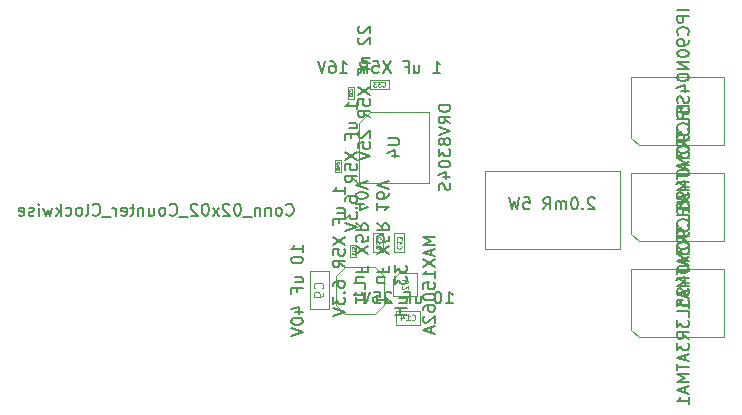
<source format=gbr>
G04 #@! TF.GenerationSoftware,KiCad,Pcbnew,5.1.6*
G04 #@! TF.CreationDate,2020-07-25T14:54:48-04:00*
G04 #@! TF.ProjectId,bldc-controller,626c6463-2d63-46f6-9e74-726f6c6c6572,rev?*
G04 #@! TF.SameCoordinates,Original*
G04 #@! TF.FileFunction,Other,Fab,Bot*
%FSLAX46Y46*%
G04 Gerber Fmt 4.6, Leading zero omitted, Abs format (unit mm)*
G04 Created by KiCad (PCBNEW 5.1.6) date 2020-07-25 14:54:48*
%MOMM*%
%LPD*%
G01*
G04 APERTURE LIST*
%ADD10C,0.100000*%
%ADD11C,0.120000*%
%ADD12C,0.150000*%
%ADD13C,0.075000*%
%ADD14C,0.040000*%
%ADD15C,0.060000*%
%ADD16C,0.080000*%
G04 APERTURE END LIST*
D10*
X44350000Y-104750000D02*
X44350000Y-109750000D01*
X44350000Y-109750000D02*
X50350000Y-109750000D01*
X50350000Y-109750000D02*
X50350000Y-103750000D01*
X50350000Y-103750000D02*
X45350000Y-103750000D01*
X45350000Y-103750000D02*
X44350000Y-104750000D01*
D11*
X68050000Y-122850000D02*
X75250000Y-122850000D01*
X67450000Y-122250000D02*
X68050000Y-122850000D01*
X67450000Y-117050000D02*
X67450000Y-122250000D01*
X75250000Y-117050000D02*
X67450000Y-117050000D01*
X75250000Y-122850000D02*
X75250000Y-117050000D01*
X68050000Y-114712000D02*
X75250000Y-114712000D01*
X67450000Y-114112000D02*
X68050000Y-114712000D01*
X67450000Y-108912000D02*
X67450000Y-114112000D01*
X75250000Y-108912000D02*
X67450000Y-108912000D01*
X75250000Y-114712000D02*
X75250000Y-108912000D01*
X68050000Y-106600000D02*
X75250000Y-106600000D01*
X67450000Y-106000000D02*
X68050000Y-106600000D01*
X67450000Y-100800000D02*
X67450000Y-106000000D01*
X75250000Y-100800000D02*
X67450000Y-100800000D01*
X75250000Y-106600000D02*
X75250000Y-100800000D01*
D10*
X47274000Y-117894000D02*
X47274000Y-119394000D01*
X47274000Y-119394000D02*
X49274000Y-119394000D01*
X49274000Y-119394000D02*
X49274000Y-117394000D01*
X49274000Y-117394000D02*
X47774000Y-117394000D01*
X47774000Y-117394000D02*
X47274000Y-117894000D01*
D11*
X66440000Y-108766000D02*
X55040000Y-108766000D01*
X55040000Y-108766000D02*
X55040000Y-115366000D01*
X55040000Y-115366000D02*
X66440000Y-115366000D01*
X66440000Y-115366000D02*
X66440000Y-108766000D01*
D10*
X44464000Y-116902000D02*
X43214000Y-116902000D01*
X43214000Y-116902000D02*
X42464000Y-117652000D01*
X42464000Y-117652000D02*
X42464000Y-118902000D01*
X44464000Y-120902000D02*
X43214000Y-120902000D01*
X43214000Y-120902000D02*
X42464000Y-120152000D01*
X42464000Y-120152000D02*
X42464000Y-118902000D01*
X44464000Y-120902000D02*
X45714000Y-120902000D01*
X45714000Y-120902000D02*
X46464000Y-120152000D01*
X46464000Y-120152000D02*
X46464000Y-118902000D01*
X44464000Y-116902000D02*
X45714000Y-116902000D01*
X45714000Y-116902000D02*
X46464000Y-117652000D01*
X46464000Y-117652000D02*
X46464000Y-118902000D01*
X42850000Y-107850000D02*
X42350000Y-107850000D01*
X42350000Y-107850000D02*
X42350000Y-108850000D01*
X42350000Y-108850000D02*
X42850000Y-108850000D01*
X42850000Y-108850000D02*
X42850000Y-107850000D01*
X45312500Y-101050000D02*
X45312500Y-101850000D01*
X45312500Y-101850000D02*
X46912500Y-101850000D01*
X46912500Y-101850000D02*
X46912500Y-101050000D01*
X46912500Y-101050000D02*
X45312500Y-101050000D01*
X43950000Y-101650000D02*
X43450000Y-101650000D01*
X43450000Y-101650000D02*
X43450000Y-102650000D01*
X43450000Y-102650000D02*
X43950000Y-102650000D01*
X43950000Y-102650000D02*
X43950000Y-101650000D01*
X47366000Y-115638000D02*
X48166000Y-115638000D01*
X48166000Y-115638000D02*
X48166000Y-114038000D01*
X48166000Y-114038000D02*
X47366000Y-114038000D01*
X47366000Y-114038000D02*
X47366000Y-115638000D01*
X45588000Y-115638000D02*
X46388000Y-115638000D01*
X46388000Y-115638000D02*
X46388000Y-114038000D01*
X46388000Y-114038000D02*
X45588000Y-114038000D01*
X45588000Y-114038000D02*
X45588000Y-115638000D01*
X47528000Y-120588000D02*
X47528000Y-121788000D01*
X47528000Y-121788000D02*
X49528000Y-121788000D01*
X49528000Y-121788000D02*
X49528000Y-120588000D01*
X49528000Y-120588000D02*
X47528000Y-120588000D01*
X43650000Y-116050000D02*
X44150000Y-116050000D01*
X44150000Y-116050000D02*
X44150000Y-115050000D01*
X44150000Y-115050000D02*
X43650000Y-115050000D01*
X43650000Y-115050000D02*
X43650000Y-116050000D01*
X40200000Y-120450000D02*
X41800000Y-120450000D01*
X41800000Y-120450000D02*
X41800000Y-117250000D01*
X41800000Y-117250000D02*
X40200000Y-117250000D01*
X40200000Y-117250000D02*
X40200000Y-120450000D01*
D12*
X52122380Y-103178571D02*
X51122380Y-103178571D01*
X51122380Y-103416666D01*
X51170000Y-103559523D01*
X51265238Y-103654761D01*
X51360476Y-103702380D01*
X51550952Y-103750000D01*
X51693809Y-103750000D01*
X51884285Y-103702380D01*
X51979523Y-103654761D01*
X52074761Y-103559523D01*
X52122380Y-103416666D01*
X52122380Y-103178571D01*
X52122380Y-104750000D02*
X51646190Y-104416666D01*
X52122380Y-104178571D02*
X51122380Y-104178571D01*
X51122380Y-104559523D01*
X51170000Y-104654761D01*
X51217619Y-104702380D01*
X51312857Y-104750000D01*
X51455714Y-104750000D01*
X51550952Y-104702380D01*
X51598571Y-104654761D01*
X51646190Y-104559523D01*
X51646190Y-104178571D01*
X51122380Y-105035714D02*
X52122380Y-105369047D01*
X51122380Y-105702380D01*
X51550952Y-106178571D02*
X51503333Y-106083333D01*
X51455714Y-106035714D01*
X51360476Y-105988095D01*
X51312857Y-105988095D01*
X51217619Y-106035714D01*
X51170000Y-106083333D01*
X51122380Y-106178571D01*
X51122380Y-106369047D01*
X51170000Y-106464285D01*
X51217619Y-106511904D01*
X51312857Y-106559523D01*
X51360476Y-106559523D01*
X51455714Y-106511904D01*
X51503333Y-106464285D01*
X51550952Y-106369047D01*
X51550952Y-106178571D01*
X51598571Y-106083333D01*
X51646190Y-106035714D01*
X51741428Y-105988095D01*
X51931904Y-105988095D01*
X52027142Y-106035714D01*
X52074761Y-106083333D01*
X52122380Y-106178571D01*
X52122380Y-106369047D01*
X52074761Y-106464285D01*
X52027142Y-106511904D01*
X51931904Y-106559523D01*
X51741428Y-106559523D01*
X51646190Y-106511904D01*
X51598571Y-106464285D01*
X51550952Y-106369047D01*
X51122380Y-106892857D02*
X51122380Y-107511904D01*
X51503333Y-107178571D01*
X51503333Y-107321428D01*
X51550952Y-107416666D01*
X51598571Y-107464285D01*
X51693809Y-107511904D01*
X51931904Y-107511904D01*
X52027142Y-107464285D01*
X52074761Y-107416666D01*
X52122380Y-107321428D01*
X52122380Y-107035714D01*
X52074761Y-106940476D01*
X52027142Y-106892857D01*
X51122380Y-108130952D02*
X51122380Y-108226190D01*
X51170000Y-108321428D01*
X51217619Y-108369047D01*
X51312857Y-108416666D01*
X51503333Y-108464285D01*
X51741428Y-108464285D01*
X51931904Y-108416666D01*
X52027142Y-108369047D01*
X52074761Y-108321428D01*
X52122380Y-108226190D01*
X52122380Y-108130952D01*
X52074761Y-108035714D01*
X52027142Y-107988095D01*
X51931904Y-107940476D01*
X51741428Y-107892857D01*
X51503333Y-107892857D01*
X51312857Y-107940476D01*
X51217619Y-107988095D01*
X51170000Y-108035714D01*
X51122380Y-108130952D01*
X51455714Y-109321428D02*
X52122380Y-109321428D01*
X51074761Y-109083333D02*
X51789047Y-108845238D01*
X51789047Y-109464285D01*
X52074761Y-109797619D02*
X52122380Y-109940476D01*
X52122380Y-110178571D01*
X52074761Y-110273809D01*
X52027142Y-110321428D01*
X51931904Y-110369047D01*
X51836666Y-110369047D01*
X51741428Y-110321428D01*
X51693809Y-110273809D01*
X51646190Y-110178571D01*
X51598571Y-109988095D01*
X51550952Y-109892857D01*
X51503333Y-109845238D01*
X51408095Y-109797619D01*
X51312857Y-109797619D01*
X51217619Y-109845238D01*
X51170000Y-109892857D01*
X51122380Y-109988095D01*
X51122380Y-110226190D01*
X51170000Y-110369047D01*
X46802380Y-105988095D02*
X47611904Y-105988095D01*
X47707142Y-106035714D01*
X47754761Y-106083333D01*
X47802380Y-106178571D01*
X47802380Y-106369047D01*
X47754761Y-106464285D01*
X47707142Y-106511904D01*
X47611904Y-106559523D01*
X46802380Y-106559523D01*
X47135714Y-107464285D02*
X47802380Y-107464285D01*
X46754761Y-107226190D02*
X47469047Y-106988095D01*
X47469047Y-107607142D01*
X72302380Y-111426190D02*
X71302380Y-111426190D01*
X72302380Y-111902380D02*
X71302380Y-111902380D01*
X71302380Y-112283333D01*
X71350000Y-112378571D01*
X71397619Y-112426190D01*
X71492857Y-112473809D01*
X71635714Y-112473809D01*
X71730952Y-112426190D01*
X71778571Y-112378571D01*
X71826190Y-112283333D01*
X71826190Y-111902380D01*
X72207142Y-113473809D02*
X72254761Y-113426190D01*
X72302380Y-113283333D01*
X72302380Y-113188095D01*
X72254761Y-113045238D01*
X72159523Y-112950000D01*
X72064285Y-112902380D01*
X71873809Y-112854761D01*
X71730952Y-112854761D01*
X71540476Y-112902380D01*
X71445238Y-112950000D01*
X71350000Y-113045238D01*
X71302380Y-113188095D01*
X71302380Y-113283333D01*
X71350000Y-113426190D01*
X71397619Y-113473809D01*
X72302380Y-113950000D02*
X72302380Y-114140476D01*
X72254761Y-114235714D01*
X72207142Y-114283333D01*
X72064285Y-114378571D01*
X71873809Y-114426190D01*
X71492857Y-114426190D01*
X71397619Y-114378571D01*
X71350000Y-114330952D01*
X71302380Y-114235714D01*
X71302380Y-114045238D01*
X71350000Y-113950000D01*
X71397619Y-113902380D01*
X71492857Y-113854761D01*
X71730952Y-113854761D01*
X71826190Y-113902380D01*
X71873809Y-113950000D01*
X71921428Y-114045238D01*
X71921428Y-114235714D01*
X71873809Y-114330952D01*
X71826190Y-114378571D01*
X71730952Y-114426190D01*
X71302380Y-115045238D02*
X71302380Y-115140476D01*
X71350000Y-115235714D01*
X71397619Y-115283333D01*
X71492857Y-115330952D01*
X71683333Y-115378571D01*
X71921428Y-115378571D01*
X72111904Y-115330952D01*
X72207142Y-115283333D01*
X72254761Y-115235714D01*
X72302380Y-115140476D01*
X72302380Y-115045238D01*
X72254761Y-114950000D01*
X72207142Y-114902380D01*
X72111904Y-114854761D01*
X71921428Y-114807142D01*
X71683333Y-114807142D01*
X71492857Y-114854761D01*
X71397619Y-114902380D01*
X71350000Y-114950000D01*
X71302380Y-115045238D01*
X72302380Y-115807142D02*
X71302380Y-115807142D01*
X72302380Y-116378571D01*
X71302380Y-116378571D01*
X71302380Y-117045238D02*
X71302380Y-117140476D01*
X71350000Y-117235714D01*
X71397619Y-117283333D01*
X71492857Y-117330952D01*
X71683333Y-117378571D01*
X71921428Y-117378571D01*
X72111904Y-117330952D01*
X72207142Y-117283333D01*
X72254761Y-117235714D01*
X72302380Y-117140476D01*
X72302380Y-117045238D01*
X72254761Y-116950000D01*
X72207142Y-116902380D01*
X72111904Y-116854761D01*
X71921428Y-116807142D01*
X71683333Y-116807142D01*
X71492857Y-116854761D01*
X71397619Y-116902380D01*
X71350000Y-116950000D01*
X71302380Y-117045238D01*
X71635714Y-118235714D02*
X72302380Y-118235714D01*
X71254761Y-117997619D02*
X71969047Y-117759523D01*
X71969047Y-118378571D01*
X72254761Y-118711904D02*
X72302380Y-118854761D01*
X72302380Y-119092857D01*
X72254761Y-119188095D01*
X72207142Y-119235714D01*
X72111904Y-119283333D01*
X72016666Y-119283333D01*
X71921428Y-119235714D01*
X71873809Y-119188095D01*
X71826190Y-119092857D01*
X71778571Y-118902380D01*
X71730952Y-118807142D01*
X71683333Y-118759523D01*
X71588095Y-118711904D01*
X71492857Y-118711904D01*
X71397619Y-118759523D01*
X71350000Y-118807142D01*
X71302380Y-118902380D01*
X71302380Y-119140476D01*
X71350000Y-119283333D01*
X71302380Y-120188095D02*
X71302380Y-119711904D01*
X71778571Y-119664285D01*
X71730952Y-119711904D01*
X71683333Y-119807142D01*
X71683333Y-120045238D01*
X71730952Y-120140476D01*
X71778571Y-120188095D01*
X71873809Y-120235714D01*
X72111904Y-120235714D01*
X72207142Y-120188095D01*
X72254761Y-120140476D01*
X72302380Y-120045238D01*
X72302380Y-119807142D01*
X72254761Y-119711904D01*
X72207142Y-119664285D01*
X72302380Y-121140476D02*
X72302380Y-120664285D01*
X71302380Y-120664285D01*
X71302380Y-121378571D02*
X71302380Y-121997619D01*
X71683333Y-121664285D01*
X71683333Y-121807142D01*
X71730952Y-121902380D01*
X71778571Y-121950000D01*
X71873809Y-121997619D01*
X72111904Y-121997619D01*
X72207142Y-121950000D01*
X72254761Y-121902380D01*
X72302380Y-121807142D01*
X72302380Y-121521428D01*
X72254761Y-121426190D01*
X72207142Y-121378571D01*
X72302380Y-122997619D02*
X71826190Y-122664285D01*
X72302380Y-122426190D02*
X71302380Y-122426190D01*
X71302380Y-122807142D01*
X71350000Y-122902380D01*
X71397619Y-122950000D01*
X71492857Y-122997619D01*
X71635714Y-122997619D01*
X71730952Y-122950000D01*
X71778571Y-122902380D01*
X71826190Y-122807142D01*
X71826190Y-122426190D01*
X71302380Y-123330952D02*
X71302380Y-123950000D01*
X71683333Y-123616666D01*
X71683333Y-123759523D01*
X71730952Y-123854761D01*
X71778571Y-123902380D01*
X71873809Y-123950000D01*
X72111904Y-123950000D01*
X72207142Y-123902380D01*
X72254761Y-123854761D01*
X72302380Y-123759523D01*
X72302380Y-123473809D01*
X72254761Y-123378571D01*
X72207142Y-123330952D01*
X72016666Y-124330952D02*
X72016666Y-124807142D01*
X72302380Y-124235714D02*
X71302380Y-124569047D01*
X72302380Y-124902380D01*
X71302380Y-125092857D02*
X71302380Y-125664285D01*
X72302380Y-125378571D02*
X71302380Y-125378571D01*
X72302380Y-125997619D02*
X71302380Y-125997619D01*
X72016666Y-126330952D01*
X71302380Y-126664285D01*
X72302380Y-126664285D01*
X72016666Y-127092857D02*
X72016666Y-127569047D01*
X72302380Y-126997619D02*
X71302380Y-127330952D01*
X72302380Y-127664285D01*
X72302380Y-128521428D02*
X72302380Y-127950000D01*
X72302380Y-128235714D02*
X71302380Y-128235714D01*
X71445238Y-128140476D01*
X71540476Y-128045238D01*
X71588095Y-127950000D01*
X72302380Y-103288190D02*
X71302380Y-103288190D01*
X72302380Y-103764380D02*
X71302380Y-103764380D01*
X71302380Y-104145333D01*
X71350000Y-104240571D01*
X71397619Y-104288190D01*
X71492857Y-104335809D01*
X71635714Y-104335809D01*
X71730952Y-104288190D01*
X71778571Y-104240571D01*
X71826190Y-104145333D01*
X71826190Y-103764380D01*
X72207142Y-105335809D02*
X72254761Y-105288190D01*
X72302380Y-105145333D01*
X72302380Y-105050095D01*
X72254761Y-104907238D01*
X72159523Y-104812000D01*
X72064285Y-104764380D01*
X71873809Y-104716761D01*
X71730952Y-104716761D01*
X71540476Y-104764380D01*
X71445238Y-104812000D01*
X71350000Y-104907238D01*
X71302380Y-105050095D01*
X71302380Y-105145333D01*
X71350000Y-105288190D01*
X71397619Y-105335809D01*
X72302380Y-105812000D02*
X72302380Y-106002476D01*
X72254761Y-106097714D01*
X72207142Y-106145333D01*
X72064285Y-106240571D01*
X71873809Y-106288190D01*
X71492857Y-106288190D01*
X71397619Y-106240571D01*
X71350000Y-106192952D01*
X71302380Y-106097714D01*
X71302380Y-105907238D01*
X71350000Y-105812000D01*
X71397619Y-105764380D01*
X71492857Y-105716761D01*
X71730952Y-105716761D01*
X71826190Y-105764380D01*
X71873809Y-105812000D01*
X71921428Y-105907238D01*
X71921428Y-106097714D01*
X71873809Y-106192952D01*
X71826190Y-106240571D01*
X71730952Y-106288190D01*
X71302380Y-106907238D02*
X71302380Y-107002476D01*
X71350000Y-107097714D01*
X71397619Y-107145333D01*
X71492857Y-107192952D01*
X71683333Y-107240571D01*
X71921428Y-107240571D01*
X72111904Y-107192952D01*
X72207142Y-107145333D01*
X72254761Y-107097714D01*
X72302380Y-107002476D01*
X72302380Y-106907238D01*
X72254761Y-106812000D01*
X72207142Y-106764380D01*
X72111904Y-106716761D01*
X71921428Y-106669142D01*
X71683333Y-106669142D01*
X71492857Y-106716761D01*
X71397619Y-106764380D01*
X71350000Y-106812000D01*
X71302380Y-106907238D01*
X72302380Y-107669142D02*
X71302380Y-107669142D01*
X72302380Y-108240571D01*
X71302380Y-108240571D01*
X71302380Y-108907238D02*
X71302380Y-109002476D01*
X71350000Y-109097714D01*
X71397619Y-109145333D01*
X71492857Y-109192952D01*
X71683333Y-109240571D01*
X71921428Y-109240571D01*
X72111904Y-109192952D01*
X72207142Y-109145333D01*
X72254761Y-109097714D01*
X72302380Y-109002476D01*
X72302380Y-108907238D01*
X72254761Y-108812000D01*
X72207142Y-108764380D01*
X72111904Y-108716761D01*
X71921428Y-108669142D01*
X71683333Y-108669142D01*
X71492857Y-108716761D01*
X71397619Y-108764380D01*
X71350000Y-108812000D01*
X71302380Y-108907238D01*
X71635714Y-110097714D02*
X72302380Y-110097714D01*
X71254761Y-109859619D02*
X71969047Y-109621523D01*
X71969047Y-110240571D01*
X72254761Y-110573904D02*
X72302380Y-110716761D01*
X72302380Y-110954857D01*
X72254761Y-111050095D01*
X72207142Y-111097714D01*
X72111904Y-111145333D01*
X72016666Y-111145333D01*
X71921428Y-111097714D01*
X71873809Y-111050095D01*
X71826190Y-110954857D01*
X71778571Y-110764380D01*
X71730952Y-110669142D01*
X71683333Y-110621523D01*
X71588095Y-110573904D01*
X71492857Y-110573904D01*
X71397619Y-110621523D01*
X71350000Y-110669142D01*
X71302380Y-110764380D01*
X71302380Y-111002476D01*
X71350000Y-111145333D01*
X71302380Y-112050095D02*
X71302380Y-111573904D01*
X71778571Y-111526285D01*
X71730952Y-111573904D01*
X71683333Y-111669142D01*
X71683333Y-111907238D01*
X71730952Y-112002476D01*
X71778571Y-112050095D01*
X71873809Y-112097714D01*
X72111904Y-112097714D01*
X72207142Y-112050095D01*
X72254761Y-112002476D01*
X72302380Y-111907238D01*
X72302380Y-111669142D01*
X72254761Y-111573904D01*
X72207142Y-111526285D01*
X72302380Y-113002476D02*
X72302380Y-112526285D01*
X71302380Y-112526285D01*
X71302380Y-113240571D02*
X71302380Y-113859619D01*
X71683333Y-113526285D01*
X71683333Y-113669142D01*
X71730952Y-113764380D01*
X71778571Y-113812000D01*
X71873809Y-113859619D01*
X72111904Y-113859619D01*
X72207142Y-113812000D01*
X72254761Y-113764380D01*
X72302380Y-113669142D01*
X72302380Y-113383428D01*
X72254761Y-113288190D01*
X72207142Y-113240571D01*
X72302380Y-114859619D02*
X71826190Y-114526285D01*
X72302380Y-114288190D02*
X71302380Y-114288190D01*
X71302380Y-114669142D01*
X71350000Y-114764380D01*
X71397619Y-114812000D01*
X71492857Y-114859619D01*
X71635714Y-114859619D01*
X71730952Y-114812000D01*
X71778571Y-114764380D01*
X71826190Y-114669142D01*
X71826190Y-114288190D01*
X71302380Y-115192952D02*
X71302380Y-115812000D01*
X71683333Y-115478666D01*
X71683333Y-115621523D01*
X71730952Y-115716761D01*
X71778571Y-115764380D01*
X71873809Y-115812000D01*
X72111904Y-115812000D01*
X72207142Y-115764380D01*
X72254761Y-115716761D01*
X72302380Y-115621523D01*
X72302380Y-115335809D01*
X72254761Y-115240571D01*
X72207142Y-115192952D01*
X72016666Y-116192952D02*
X72016666Y-116669142D01*
X72302380Y-116097714D02*
X71302380Y-116431047D01*
X72302380Y-116764380D01*
X71302380Y-116954857D02*
X71302380Y-117526285D01*
X72302380Y-117240571D02*
X71302380Y-117240571D01*
X72302380Y-117859619D02*
X71302380Y-117859619D01*
X72016666Y-118192952D01*
X71302380Y-118526285D01*
X72302380Y-118526285D01*
X72016666Y-118954857D02*
X72016666Y-119431047D01*
X72302380Y-118859619D02*
X71302380Y-119192952D01*
X72302380Y-119526285D01*
X72302380Y-120383428D02*
X72302380Y-119812000D01*
X72302380Y-120097714D02*
X71302380Y-120097714D01*
X71445238Y-120002476D01*
X71540476Y-119907238D01*
X71588095Y-119812000D01*
X72302380Y-95176190D02*
X71302380Y-95176190D01*
X72302380Y-95652380D02*
X71302380Y-95652380D01*
X71302380Y-96033333D01*
X71350000Y-96128571D01*
X71397619Y-96176190D01*
X71492857Y-96223809D01*
X71635714Y-96223809D01*
X71730952Y-96176190D01*
X71778571Y-96128571D01*
X71826190Y-96033333D01*
X71826190Y-95652380D01*
X72207142Y-97223809D02*
X72254761Y-97176190D01*
X72302380Y-97033333D01*
X72302380Y-96938095D01*
X72254761Y-96795238D01*
X72159523Y-96700000D01*
X72064285Y-96652380D01*
X71873809Y-96604761D01*
X71730952Y-96604761D01*
X71540476Y-96652380D01*
X71445238Y-96700000D01*
X71350000Y-96795238D01*
X71302380Y-96938095D01*
X71302380Y-97033333D01*
X71350000Y-97176190D01*
X71397619Y-97223809D01*
X72302380Y-97700000D02*
X72302380Y-97890476D01*
X72254761Y-97985714D01*
X72207142Y-98033333D01*
X72064285Y-98128571D01*
X71873809Y-98176190D01*
X71492857Y-98176190D01*
X71397619Y-98128571D01*
X71350000Y-98080952D01*
X71302380Y-97985714D01*
X71302380Y-97795238D01*
X71350000Y-97700000D01*
X71397619Y-97652380D01*
X71492857Y-97604761D01*
X71730952Y-97604761D01*
X71826190Y-97652380D01*
X71873809Y-97700000D01*
X71921428Y-97795238D01*
X71921428Y-97985714D01*
X71873809Y-98080952D01*
X71826190Y-98128571D01*
X71730952Y-98176190D01*
X71302380Y-98795238D02*
X71302380Y-98890476D01*
X71350000Y-98985714D01*
X71397619Y-99033333D01*
X71492857Y-99080952D01*
X71683333Y-99128571D01*
X71921428Y-99128571D01*
X72111904Y-99080952D01*
X72207142Y-99033333D01*
X72254761Y-98985714D01*
X72302380Y-98890476D01*
X72302380Y-98795238D01*
X72254761Y-98700000D01*
X72207142Y-98652380D01*
X72111904Y-98604761D01*
X71921428Y-98557142D01*
X71683333Y-98557142D01*
X71492857Y-98604761D01*
X71397619Y-98652380D01*
X71350000Y-98700000D01*
X71302380Y-98795238D01*
X72302380Y-99557142D02*
X71302380Y-99557142D01*
X72302380Y-100128571D01*
X71302380Y-100128571D01*
X71302380Y-100795238D02*
X71302380Y-100890476D01*
X71350000Y-100985714D01*
X71397619Y-101033333D01*
X71492857Y-101080952D01*
X71683333Y-101128571D01*
X71921428Y-101128571D01*
X72111904Y-101080952D01*
X72207142Y-101033333D01*
X72254761Y-100985714D01*
X72302380Y-100890476D01*
X72302380Y-100795238D01*
X72254761Y-100700000D01*
X72207142Y-100652380D01*
X72111904Y-100604761D01*
X71921428Y-100557142D01*
X71683333Y-100557142D01*
X71492857Y-100604761D01*
X71397619Y-100652380D01*
X71350000Y-100700000D01*
X71302380Y-100795238D01*
X71635714Y-101985714D02*
X72302380Y-101985714D01*
X71254761Y-101747619D02*
X71969047Y-101509523D01*
X71969047Y-102128571D01*
X72254761Y-102461904D02*
X72302380Y-102604761D01*
X72302380Y-102842857D01*
X72254761Y-102938095D01*
X72207142Y-102985714D01*
X72111904Y-103033333D01*
X72016666Y-103033333D01*
X71921428Y-102985714D01*
X71873809Y-102938095D01*
X71826190Y-102842857D01*
X71778571Y-102652380D01*
X71730952Y-102557142D01*
X71683333Y-102509523D01*
X71588095Y-102461904D01*
X71492857Y-102461904D01*
X71397619Y-102509523D01*
X71350000Y-102557142D01*
X71302380Y-102652380D01*
X71302380Y-102890476D01*
X71350000Y-103033333D01*
X71302380Y-103938095D02*
X71302380Y-103461904D01*
X71778571Y-103414285D01*
X71730952Y-103461904D01*
X71683333Y-103557142D01*
X71683333Y-103795238D01*
X71730952Y-103890476D01*
X71778571Y-103938095D01*
X71873809Y-103985714D01*
X72111904Y-103985714D01*
X72207142Y-103938095D01*
X72254761Y-103890476D01*
X72302380Y-103795238D01*
X72302380Y-103557142D01*
X72254761Y-103461904D01*
X72207142Y-103414285D01*
X72302380Y-104890476D02*
X72302380Y-104414285D01*
X71302380Y-104414285D01*
X71302380Y-105128571D02*
X71302380Y-105747619D01*
X71683333Y-105414285D01*
X71683333Y-105557142D01*
X71730952Y-105652380D01*
X71778571Y-105700000D01*
X71873809Y-105747619D01*
X72111904Y-105747619D01*
X72207142Y-105700000D01*
X72254761Y-105652380D01*
X72302380Y-105557142D01*
X72302380Y-105271428D01*
X72254761Y-105176190D01*
X72207142Y-105128571D01*
X72302380Y-106747619D02*
X71826190Y-106414285D01*
X72302380Y-106176190D02*
X71302380Y-106176190D01*
X71302380Y-106557142D01*
X71350000Y-106652380D01*
X71397619Y-106700000D01*
X71492857Y-106747619D01*
X71635714Y-106747619D01*
X71730952Y-106700000D01*
X71778571Y-106652380D01*
X71826190Y-106557142D01*
X71826190Y-106176190D01*
X71302380Y-107080952D02*
X71302380Y-107700000D01*
X71683333Y-107366666D01*
X71683333Y-107509523D01*
X71730952Y-107604761D01*
X71778571Y-107652380D01*
X71873809Y-107700000D01*
X72111904Y-107700000D01*
X72207142Y-107652380D01*
X72254761Y-107604761D01*
X72302380Y-107509523D01*
X72302380Y-107223809D01*
X72254761Y-107128571D01*
X72207142Y-107080952D01*
X72016666Y-108080952D02*
X72016666Y-108557142D01*
X72302380Y-107985714D02*
X71302380Y-108319047D01*
X72302380Y-108652380D01*
X71302380Y-108842857D02*
X71302380Y-109414285D01*
X72302380Y-109128571D02*
X71302380Y-109128571D01*
X72302380Y-109747619D02*
X71302380Y-109747619D01*
X72016666Y-110080952D01*
X71302380Y-110414285D01*
X72302380Y-110414285D01*
X72016666Y-110842857D02*
X72016666Y-111319047D01*
X72302380Y-110747619D02*
X71302380Y-111080952D01*
X72302380Y-111414285D01*
X72302380Y-112271428D02*
X72302380Y-111700000D01*
X72302380Y-111985714D02*
X71302380Y-111985714D01*
X71445238Y-111890476D01*
X71540476Y-111795238D01*
X71588095Y-111700000D01*
X38223809Y-112457142D02*
X38271428Y-112504761D01*
X38414285Y-112552380D01*
X38509523Y-112552380D01*
X38652380Y-112504761D01*
X38747619Y-112409523D01*
X38795238Y-112314285D01*
X38842857Y-112123809D01*
X38842857Y-111980952D01*
X38795238Y-111790476D01*
X38747619Y-111695238D01*
X38652380Y-111600000D01*
X38509523Y-111552380D01*
X38414285Y-111552380D01*
X38271428Y-111600000D01*
X38223809Y-111647619D01*
X37652380Y-112552380D02*
X37747619Y-112504761D01*
X37795238Y-112457142D01*
X37842857Y-112361904D01*
X37842857Y-112076190D01*
X37795238Y-111980952D01*
X37747619Y-111933333D01*
X37652380Y-111885714D01*
X37509523Y-111885714D01*
X37414285Y-111933333D01*
X37366666Y-111980952D01*
X37319047Y-112076190D01*
X37319047Y-112361904D01*
X37366666Y-112457142D01*
X37414285Y-112504761D01*
X37509523Y-112552380D01*
X37652380Y-112552380D01*
X36890476Y-111885714D02*
X36890476Y-112552380D01*
X36890476Y-111980952D02*
X36842857Y-111933333D01*
X36747619Y-111885714D01*
X36604761Y-111885714D01*
X36509523Y-111933333D01*
X36461904Y-112028571D01*
X36461904Y-112552380D01*
X35985714Y-111885714D02*
X35985714Y-112552380D01*
X35985714Y-111980952D02*
X35938095Y-111933333D01*
X35842857Y-111885714D01*
X35700000Y-111885714D01*
X35604761Y-111933333D01*
X35557142Y-112028571D01*
X35557142Y-112552380D01*
X35319047Y-112647619D02*
X34557142Y-112647619D01*
X34128571Y-111552380D02*
X34033333Y-111552380D01*
X33938095Y-111600000D01*
X33890476Y-111647619D01*
X33842857Y-111742857D01*
X33795238Y-111933333D01*
X33795238Y-112171428D01*
X33842857Y-112361904D01*
X33890476Y-112457142D01*
X33938095Y-112504761D01*
X34033333Y-112552380D01*
X34128571Y-112552380D01*
X34223809Y-112504761D01*
X34271428Y-112457142D01*
X34319047Y-112361904D01*
X34366666Y-112171428D01*
X34366666Y-111933333D01*
X34319047Y-111742857D01*
X34271428Y-111647619D01*
X34223809Y-111600000D01*
X34128571Y-111552380D01*
X33414285Y-111647619D02*
X33366666Y-111600000D01*
X33271428Y-111552380D01*
X33033333Y-111552380D01*
X32938095Y-111600000D01*
X32890476Y-111647619D01*
X32842857Y-111742857D01*
X32842857Y-111838095D01*
X32890476Y-111980952D01*
X33461904Y-112552380D01*
X32842857Y-112552380D01*
X32509523Y-112552380D02*
X31985714Y-111885714D01*
X32509523Y-111885714D02*
X31985714Y-112552380D01*
X31414285Y-111552380D02*
X31319047Y-111552380D01*
X31223809Y-111600000D01*
X31176190Y-111647619D01*
X31128571Y-111742857D01*
X31080952Y-111933333D01*
X31080952Y-112171428D01*
X31128571Y-112361904D01*
X31176190Y-112457142D01*
X31223809Y-112504761D01*
X31319047Y-112552380D01*
X31414285Y-112552380D01*
X31509523Y-112504761D01*
X31557142Y-112457142D01*
X31604761Y-112361904D01*
X31652380Y-112171428D01*
X31652380Y-111933333D01*
X31604761Y-111742857D01*
X31557142Y-111647619D01*
X31509523Y-111600000D01*
X31414285Y-111552380D01*
X30700000Y-111647619D02*
X30652380Y-111600000D01*
X30557142Y-111552380D01*
X30319047Y-111552380D01*
X30223809Y-111600000D01*
X30176190Y-111647619D01*
X30128571Y-111742857D01*
X30128571Y-111838095D01*
X30176190Y-111980952D01*
X30747619Y-112552380D01*
X30128571Y-112552380D01*
X29938095Y-112647619D02*
X29176190Y-112647619D01*
X28366666Y-112457142D02*
X28414285Y-112504761D01*
X28557142Y-112552380D01*
X28652380Y-112552380D01*
X28795238Y-112504761D01*
X28890476Y-112409523D01*
X28938095Y-112314285D01*
X28985714Y-112123809D01*
X28985714Y-111980952D01*
X28938095Y-111790476D01*
X28890476Y-111695238D01*
X28795238Y-111600000D01*
X28652380Y-111552380D01*
X28557142Y-111552380D01*
X28414285Y-111600000D01*
X28366666Y-111647619D01*
X27795238Y-112552380D02*
X27890476Y-112504761D01*
X27938095Y-112457142D01*
X27985714Y-112361904D01*
X27985714Y-112076190D01*
X27938095Y-111980952D01*
X27890476Y-111933333D01*
X27795238Y-111885714D01*
X27652380Y-111885714D01*
X27557142Y-111933333D01*
X27509523Y-111980952D01*
X27461904Y-112076190D01*
X27461904Y-112361904D01*
X27509523Y-112457142D01*
X27557142Y-112504761D01*
X27652380Y-112552380D01*
X27795238Y-112552380D01*
X26604761Y-111885714D02*
X26604761Y-112552380D01*
X27033333Y-111885714D02*
X27033333Y-112409523D01*
X26985714Y-112504761D01*
X26890476Y-112552380D01*
X26747619Y-112552380D01*
X26652380Y-112504761D01*
X26604761Y-112457142D01*
X26128571Y-111885714D02*
X26128571Y-112552380D01*
X26128571Y-111980952D02*
X26080952Y-111933333D01*
X25985714Y-111885714D01*
X25842857Y-111885714D01*
X25747619Y-111933333D01*
X25700000Y-112028571D01*
X25700000Y-112552380D01*
X25366666Y-111885714D02*
X24985714Y-111885714D01*
X25223809Y-111552380D02*
X25223809Y-112409523D01*
X25176190Y-112504761D01*
X25080952Y-112552380D01*
X24985714Y-112552380D01*
X24271428Y-112504761D02*
X24366666Y-112552380D01*
X24557142Y-112552380D01*
X24652380Y-112504761D01*
X24700000Y-112409523D01*
X24700000Y-112028571D01*
X24652380Y-111933333D01*
X24557142Y-111885714D01*
X24366666Y-111885714D01*
X24271428Y-111933333D01*
X24223809Y-112028571D01*
X24223809Y-112123809D01*
X24700000Y-112219047D01*
X23795238Y-112552380D02*
X23795238Y-111885714D01*
X23795238Y-112076190D02*
X23747619Y-111980952D01*
X23700000Y-111933333D01*
X23604761Y-111885714D01*
X23509523Y-111885714D01*
X23414285Y-112647619D02*
X22652380Y-112647619D01*
X21842857Y-112457142D02*
X21890476Y-112504761D01*
X22033333Y-112552380D01*
X22128571Y-112552380D01*
X22271428Y-112504761D01*
X22366666Y-112409523D01*
X22414285Y-112314285D01*
X22461904Y-112123809D01*
X22461904Y-111980952D01*
X22414285Y-111790476D01*
X22366666Y-111695238D01*
X22271428Y-111600000D01*
X22128571Y-111552380D01*
X22033333Y-111552380D01*
X21890476Y-111600000D01*
X21842857Y-111647619D01*
X21271428Y-112552380D02*
X21366666Y-112504761D01*
X21414285Y-112409523D01*
X21414285Y-111552380D01*
X20747619Y-112552380D02*
X20842857Y-112504761D01*
X20890476Y-112457142D01*
X20938095Y-112361904D01*
X20938095Y-112076190D01*
X20890476Y-111980952D01*
X20842857Y-111933333D01*
X20747619Y-111885714D01*
X20604761Y-111885714D01*
X20509523Y-111933333D01*
X20461904Y-111980952D01*
X20414285Y-112076190D01*
X20414285Y-112361904D01*
X20461904Y-112457142D01*
X20509523Y-112504761D01*
X20604761Y-112552380D01*
X20747619Y-112552380D01*
X19557142Y-112504761D02*
X19652380Y-112552380D01*
X19842857Y-112552380D01*
X19938095Y-112504761D01*
X19985714Y-112457142D01*
X20033333Y-112361904D01*
X20033333Y-112076190D01*
X19985714Y-111980952D01*
X19938095Y-111933333D01*
X19842857Y-111885714D01*
X19652380Y-111885714D01*
X19557142Y-111933333D01*
X19128571Y-112552380D02*
X19128571Y-111552380D01*
X19033333Y-112171428D02*
X18747619Y-112552380D01*
X18747619Y-111885714D02*
X19128571Y-112266666D01*
X18414285Y-111885714D02*
X18223809Y-112552380D01*
X18033333Y-112076190D01*
X17842857Y-112552380D01*
X17652380Y-111885714D01*
X17271428Y-112552380D02*
X17271428Y-111885714D01*
X17271428Y-111552380D02*
X17319047Y-111600000D01*
X17271428Y-111647619D01*
X17223809Y-111600000D01*
X17271428Y-111552380D01*
X17271428Y-111647619D01*
X16842857Y-112504761D02*
X16747619Y-112552380D01*
X16557142Y-112552380D01*
X16461904Y-112504761D01*
X16414285Y-112409523D01*
X16414285Y-112361904D01*
X16461904Y-112266666D01*
X16557142Y-112219047D01*
X16700000Y-112219047D01*
X16795238Y-112171428D01*
X16842857Y-112076190D01*
X16842857Y-112028571D01*
X16795238Y-111933333D01*
X16700000Y-111885714D01*
X16557142Y-111885714D01*
X16461904Y-111933333D01*
X15604761Y-112504761D02*
X15700000Y-112552380D01*
X15890476Y-112552380D01*
X15985714Y-112504761D01*
X16033333Y-112409523D01*
X16033333Y-112028571D01*
X15985714Y-111933333D01*
X15890476Y-111885714D01*
X15700000Y-111885714D01*
X15604761Y-111933333D01*
X15557142Y-112028571D01*
X15557142Y-112123809D01*
X16033333Y-112219047D01*
X50801380Y-114346380D02*
X49801380Y-114346380D01*
X50515666Y-114679714D01*
X49801380Y-115013047D01*
X50801380Y-115013047D01*
X50515666Y-115441619D02*
X50515666Y-115917809D01*
X50801380Y-115346380D02*
X49801380Y-115679714D01*
X50801380Y-116013047D01*
X49801380Y-116251142D02*
X50801380Y-116917809D01*
X49801380Y-116917809D02*
X50801380Y-116251142D01*
X50801380Y-117822571D02*
X50801380Y-117251142D01*
X50801380Y-117536857D02*
X49801380Y-117536857D01*
X49944238Y-117441619D01*
X50039476Y-117346380D01*
X50087095Y-117251142D01*
X49801380Y-118727333D02*
X49801380Y-118251142D01*
X50277571Y-118203523D01*
X50229952Y-118251142D01*
X50182333Y-118346380D01*
X50182333Y-118584476D01*
X50229952Y-118679714D01*
X50277571Y-118727333D01*
X50372809Y-118774952D01*
X50610904Y-118774952D01*
X50706142Y-118727333D01*
X50753761Y-118679714D01*
X50801380Y-118584476D01*
X50801380Y-118346380D01*
X50753761Y-118251142D01*
X50706142Y-118203523D01*
X49801380Y-119394000D02*
X49801380Y-119489238D01*
X49849000Y-119584476D01*
X49896619Y-119632095D01*
X49991857Y-119679714D01*
X50182333Y-119727333D01*
X50420428Y-119727333D01*
X50610904Y-119679714D01*
X50706142Y-119632095D01*
X50753761Y-119584476D01*
X50801380Y-119489238D01*
X50801380Y-119394000D01*
X50753761Y-119298761D01*
X50706142Y-119251142D01*
X50610904Y-119203523D01*
X50420428Y-119155904D01*
X50182333Y-119155904D01*
X49991857Y-119203523D01*
X49896619Y-119251142D01*
X49849000Y-119298761D01*
X49801380Y-119394000D01*
X49801380Y-120584476D02*
X49801380Y-120394000D01*
X49849000Y-120298761D01*
X49896619Y-120251142D01*
X50039476Y-120155904D01*
X50229952Y-120108285D01*
X50610904Y-120108285D01*
X50706142Y-120155904D01*
X50753761Y-120203523D01*
X50801380Y-120298761D01*
X50801380Y-120489238D01*
X50753761Y-120584476D01*
X50706142Y-120632095D01*
X50610904Y-120679714D01*
X50372809Y-120679714D01*
X50277571Y-120632095D01*
X50229952Y-120584476D01*
X50182333Y-120489238D01*
X50182333Y-120298761D01*
X50229952Y-120203523D01*
X50277571Y-120155904D01*
X50372809Y-120108285D01*
X49896619Y-121060666D02*
X49849000Y-121108285D01*
X49801380Y-121203523D01*
X49801380Y-121441619D01*
X49849000Y-121536857D01*
X49896619Y-121584476D01*
X49991857Y-121632095D01*
X50087095Y-121632095D01*
X50229952Y-121584476D01*
X50801380Y-121013047D01*
X50801380Y-121632095D01*
X50515666Y-122013047D02*
X50515666Y-122489238D01*
X50801380Y-121917809D02*
X49801380Y-122251142D01*
X50801380Y-122584476D01*
D13*
X48000190Y-118013047D02*
X48404952Y-118013047D01*
X48452571Y-118036857D01*
X48476380Y-118060666D01*
X48500190Y-118108285D01*
X48500190Y-118203523D01*
X48476380Y-118251142D01*
X48452571Y-118274952D01*
X48404952Y-118298761D01*
X48000190Y-118298761D01*
X48047809Y-118513047D02*
X48024000Y-118536857D01*
X48000190Y-118584476D01*
X48000190Y-118703523D01*
X48024000Y-118751142D01*
X48047809Y-118774952D01*
X48095428Y-118798761D01*
X48143047Y-118798761D01*
X48214476Y-118774952D01*
X48500190Y-118489238D01*
X48500190Y-118798761D01*
D12*
X64335238Y-111113619D02*
X64287619Y-111066000D01*
X64192380Y-111018380D01*
X63954285Y-111018380D01*
X63859047Y-111066000D01*
X63811428Y-111113619D01*
X63763809Y-111208857D01*
X63763809Y-111304095D01*
X63811428Y-111446952D01*
X64382857Y-112018380D01*
X63763809Y-112018380D01*
X63335238Y-111923142D02*
X63287619Y-111970761D01*
X63335238Y-112018380D01*
X63382857Y-111970761D01*
X63335238Y-111923142D01*
X63335238Y-112018380D01*
X62668571Y-111018380D02*
X62573333Y-111018380D01*
X62478095Y-111066000D01*
X62430476Y-111113619D01*
X62382857Y-111208857D01*
X62335238Y-111399333D01*
X62335238Y-111637428D01*
X62382857Y-111827904D01*
X62430476Y-111923142D01*
X62478095Y-111970761D01*
X62573333Y-112018380D01*
X62668571Y-112018380D01*
X62763809Y-111970761D01*
X62811428Y-111923142D01*
X62859047Y-111827904D01*
X62906666Y-111637428D01*
X62906666Y-111399333D01*
X62859047Y-111208857D01*
X62811428Y-111113619D01*
X62763809Y-111066000D01*
X62668571Y-111018380D01*
X61906666Y-112018380D02*
X61906666Y-111351714D01*
X61906666Y-111446952D02*
X61859047Y-111399333D01*
X61763809Y-111351714D01*
X61620952Y-111351714D01*
X61525714Y-111399333D01*
X61478095Y-111494571D01*
X61478095Y-112018380D01*
X61478095Y-111494571D02*
X61430476Y-111399333D01*
X61335238Y-111351714D01*
X61192380Y-111351714D01*
X61097142Y-111399333D01*
X61049523Y-111494571D01*
X61049523Y-112018380D01*
X60001904Y-112018380D02*
X60335238Y-111542190D01*
X60573333Y-112018380D02*
X60573333Y-111018380D01*
X60192380Y-111018380D01*
X60097142Y-111066000D01*
X60049523Y-111113619D01*
X60001904Y-111208857D01*
X60001904Y-111351714D01*
X60049523Y-111446952D01*
X60097142Y-111494571D01*
X60192380Y-111542190D01*
X60573333Y-111542190D01*
X58335238Y-111018380D02*
X58811428Y-111018380D01*
X58859047Y-111494571D01*
X58811428Y-111446952D01*
X58716190Y-111399333D01*
X58478095Y-111399333D01*
X58382857Y-111446952D01*
X58335238Y-111494571D01*
X58287619Y-111589809D01*
X58287619Y-111827904D01*
X58335238Y-111923142D01*
X58382857Y-111970761D01*
X58478095Y-112018380D01*
X58716190Y-112018380D01*
X58811428Y-111970761D01*
X58859047Y-111923142D01*
X57954285Y-111018380D02*
X57716190Y-112018380D01*
X57525714Y-111304095D01*
X57335238Y-112018380D01*
X57097142Y-111018380D01*
X47416380Y-116735333D02*
X47416380Y-117354380D01*
X47797333Y-117021047D01*
X47797333Y-117163904D01*
X47844952Y-117259142D01*
X47892571Y-117306761D01*
X47987809Y-117354380D01*
X48225904Y-117354380D01*
X48321142Y-117306761D01*
X48368761Y-117259142D01*
X48416380Y-117163904D01*
X48416380Y-116878190D01*
X48368761Y-116782952D01*
X48321142Y-116735333D01*
X47416380Y-117687714D02*
X47416380Y-118306761D01*
X47797333Y-117973428D01*
X47797333Y-118116285D01*
X47844952Y-118211523D01*
X47892571Y-118259142D01*
X47987809Y-118306761D01*
X48225904Y-118306761D01*
X48321142Y-118259142D01*
X48368761Y-118211523D01*
X48416380Y-118116285D01*
X48416380Y-117830571D01*
X48368761Y-117735333D01*
X48321142Y-117687714D01*
X47749714Y-119925809D02*
X48416380Y-119925809D01*
X47749714Y-119497238D02*
X48273523Y-119497238D01*
X48368761Y-119544857D01*
X48416380Y-119640095D01*
X48416380Y-119782952D01*
X48368761Y-119878190D01*
X48321142Y-119925809D01*
X48416380Y-120402000D02*
X47416380Y-120402000D01*
X47892571Y-120402000D02*
X47892571Y-120973428D01*
X48416380Y-120973428D02*
X47416380Y-120973428D01*
X44916380Y-118735333D02*
X44916380Y-118259142D01*
X43916380Y-118259142D01*
X44916380Y-119592476D02*
X44916380Y-119021047D01*
X44916380Y-119306761D02*
X43916380Y-119306761D01*
X44059238Y-119211523D01*
X44154476Y-119116285D01*
X44202095Y-119021047D01*
X44222380Y-103540476D02*
X44222380Y-102969047D01*
X44222380Y-103254761D02*
X43222380Y-103254761D01*
X43365238Y-103159523D01*
X43460476Y-103064285D01*
X43508095Y-102969047D01*
X43555714Y-105159523D02*
X44222380Y-105159523D01*
X43555714Y-104730952D02*
X44079523Y-104730952D01*
X44174761Y-104778571D01*
X44222380Y-104873809D01*
X44222380Y-105016666D01*
X44174761Y-105111904D01*
X44127142Y-105159523D01*
X43698571Y-105969047D02*
X43698571Y-105635714D01*
X44222380Y-105635714D02*
X43222380Y-105635714D01*
X43222380Y-106111904D01*
X43222380Y-107159523D02*
X44222380Y-107826190D01*
X43222380Y-107826190D02*
X44222380Y-107159523D01*
X43222380Y-108683333D02*
X43222380Y-108207142D01*
X43698571Y-108159523D01*
X43650952Y-108207142D01*
X43603333Y-108302380D01*
X43603333Y-108540476D01*
X43650952Y-108635714D01*
X43698571Y-108683333D01*
X43793809Y-108730952D01*
X44031904Y-108730952D01*
X44127142Y-108683333D01*
X44174761Y-108635714D01*
X44222380Y-108540476D01*
X44222380Y-108302380D01*
X44174761Y-108207142D01*
X44127142Y-108159523D01*
X44222380Y-109730952D02*
X43746190Y-109397619D01*
X44222380Y-109159523D02*
X43222380Y-109159523D01*
X43222380Y-109540476D01*
X43270000Y-109635714D01*
X43317619Y-109683333D01*
X43412857Y-109730952D01*
X43555714Y-109730952D01*
X43650952Y-109683333D01*
X43698571Y-109635714D01*
X43746190Y-109540476D01*
X43746190Y-109159523D01*
X43222380Y-111350000D02*
X43222380Y-111159523D01*
X43270000Y-111064285D01*
X43317619Y-111016666D01*
X43460476Y-110921428D01*
X43650952Y-110873809D01*
X44031904Y-110873809D01*
X44127142Y-110921428D01*
X44174761Y-110969047D01*
X44222380Y-111064285D01*
X44222380Y-111254761D01*
X44174761Y-111350000D01*
X44127142Y-111397619D01*
X44031904Y-111445238D01*
X43793809Y-111445238D01*
X43698571Y-111397619D01*
X43650952Y-111350000D01*
X43603333Y-111254761D01*
X43603333Y-111064285D01*
X43650952Y-110969047D01*
X43698571Y-110921428D01*
X43793809Y-110873809D01*
X44127142Y-111873809D02*
X44174761Y-111921428D01*
X44222380Y-111873809D01*
X44174761Y-111826190D01*
X44127142Y-111873809D01*
X44222380Y-111873809D01*
X43222380Y-112254761D02*
X43222380Y-112873809D01*
X43603333Y-112540476D01*
X43603333Y-112683333D01*
X43650952Y-112778571D01*
X43698571Y-112826190D01*
X43793809Y-112873809D01*
X44031904Y-112873809D01*
X44127142Y-112826190D01*
X44174761Y-112778571D01*
X44222380Y-112683333D01*
X44222380Y-112397619D01*
X44174761Y-112302380D01*
X44127142Y-112254761D01*
X43222380Y-113159523D02*
X44222380Y-113492857D01*
X43222380Y-113826190D01*
D14*
X42689285Y-108189285D02*
X42701190Y-108177380D01*
X42713095Y-108141666D01*
X42713095Y-108117857D01*
X42701190Y-108082142D01*
X42677380Y-108058333D01*
X42653571Y-108046428D01*
X42605952Y-108034523D01*
X42570238Y-108034523D01*
X42522619Y-108046428D01*
X42498809Y-108058333D01*
X42475000Y-108082142D01*
X42463095Y-108117857D01*
X42463095Y-108141666D01*
X42475000Y-108177380D01*
X42486904Y-108189285D01*
X42546428Y-108403571D02*
X42713095Y-108403571D01*
X42451190Y-108344047D02*
X42629761Y-108284523D01*
X42629761Y-108439285D01*
X42463095Y-108653571D02*
X42463095Y-108534523D01*
X42582142Y-108522619D01*
X42570238Y-108534523D01*
X42558333Y-108558333D01*
X42558333Y-108617857D01*
X42570238Y-108641666D01*
X42582142Y-108653571D01*
X42605952Y-108665476D01*
X42665476Y-108665476D01*
X42689285Y-108653571D01*
X42701190Y-108641666D01*
X42713095Y-108617857D01*
X42713095Y-108558333D01*
X42701190Y-108534523D01*
X42689285Y-108522619D01*
D12*
X50683928Y-100472380D02*
X51255357Y-100472380D01*
X50969642Y-100472380D02*
X50969642Y-99472380D01*
X51064880Y-99615238D01*
X51160119Y-99710476D01*
X51255357Y-99758095D01*
X49064880Y-99805714D02*
X49064880Y-100472380D01*
X49493452Y-99805714D02*
X49493452Y-100329523D01*
X49445833Y-100424761D01*
X49350595Y-100472380D01*
X49207738Y-100472380D01*
X49112500Y-100424761D01*
X49064880Y-100377142D01*
X48255357Y-99948571D02*
X48588690Y-99948571D01*
X48588690Y-100472380D02*
X48588690Y-99472380D01*
X48112500Y-99472380D01*
X47064880Y-99472380D02*
X46398214Y-100472380D01*
X46398214Y-99472380D02*
X47064880Y-100472380D01*
X45541071Y-99472380D02*
X46017261Y-99472380D01*
X46064880Y-99948571D01*
X46017261Y-99900952D01*
X45922023Y-99853333D01*
X45683928Y-99853333D01*
X45588690Y-99900952D01*
X45541071Y-99948571D01*
X45493452Y-100043809D01*
X45493452Y-100281904D01*
X45541071Y-100377142D01*
X45588690Y-100424761D01*
X45683928Y-100472380D01*
X45922023Y-100472380D01*
X46017261Y-100424761D01*
X46064880Y-100377142D01*
X44493452Y-100472380D02*
X44826785Y-99996190D01*
X45064880Y-100472380D02*
X45064880Y-99472380D01*
X44683928Y-99472380D01*
X44588690Y-99520000D01*
X44541071Y-99567619D01*
X44493452Y-99662857D01*
X44493452Y-99805714D01*
X44541071Y-99900952D01*
X44588690Y-99948571D01*
X44683928Y-99996190D01*
X45064880Y-99996190D01*
X42779166Y-100472380D02*
X43350595Y-100472380D01*
X43064880Y-100472380D02*
X43064880Y-99472380D01*
X43160119Y-99615238D01*
X43255357Y-99710476D01*
X43350595Y-99758095D01*
X41922023Y-99472380D02*
X42112500Y-99472380D01*
X42207738Y-99520000D01*
X42255357Y-99567619D01*
X42350595Y-99710476D01*
X42398214Y-99900952D01*
X42398214Y-100281904D01*
X42350595Y-100377142D01*
X42302976Y-100424761D01*
X42207738Y-100472380D01*
X42017261Y-100472380D01*
X41922023Y-100424761D01*
X41874404Y-100377142D01*
X41826785Y-100281904D01*
X41826785Y-100043809D01*
X41874404Y-99948571D01*
X41922023Y-99900952D01*
X42017261Y-99853333D01*
X42207738Y-99853333D01*
X42302976Y-99900952D01*
X42350595Y-99948571D01*
X42398214Y-100043809D01*
X41541071Y-99472380D02*
X41207738Y-100472380D01*
X40874404Y-99472380D01*
D15*
X46369642Y-101592857D02*
X46388690Y-101611904D01*
X46445833Y-101630952D01*
X46483928Y-101630952D01*
X46541071Y-101611904D01*
X46579166Y-101573809D01*
X46598214Y-101535714D01*
X46617261Y-101459523D01*
X46617261Y-101402380D01*
X46598214Y-101326190D01*
X46579166Y-101288095D01*
X46541071Y-101250000D01*
X46483928Y-101230952D01*
X46445833Y-101230952D01*
X46388690Y-101250000D01*
X46369642Y-101269047D01*
X46236309Y-101230952D02*
X45988690Y-101230952D01*
X46122023Y-101383333D01*
X46064880Y-101383333D01*
X46026785Y-101402380D01*
X46007738Y-101421428D01*
X45988690Y-101459523D01*
X45988690Y-101554761D01*
X46007738Y-101592857D01*
X46026785Y-101611904D01*
X46064880Y-101630952D01*
X46179166Y-101630952D01*
X46217261Y-101611904D01*
X46236309Y-101592857D01*
X45855357Y-101230952D02*
X45607738Y-101230952D01*
X45741071Y-101383333D01*
X45683928Y-101383333D01*
X45645833Y-101402380D01*
X45626785Y-101421428D01*
X45607738Y-101459523D01*
X45607738Y-101554761D01*
X45626785Y-101592857D01*
X45645833Y-101611904D01*
X45683928Y-101630952D01*
X45798214Y-101630952D01*
X45836309Y-101611904D01*
X45855357Y-101592857D01*
D12*
X44417619Y-96530952D02*
X44370000Y-96578571D01*
X44322380Y-96673809D01*
X44322380Y-96911904D01*
X44370000Y-97007142D01*
X44417619Y-97054761D01*
X44512857Y-97102380D01*
X44608095Y-97102380D01*
X44750952Y-97054761D01*
X45322380Y-96483333D01*
X45322380Y-97102380D01*
X44417619Y-97483333D02*
X44370000Y-97530952D01*
X44322380Y-97626190D01*
X44322380Y-97864285D01*
X44370000Y-97959523D01*
X44417619Y-98007142D01*
X44512857Y-98054761D01*
X44608095Y-98054761D01*
X44750952Y-98007142D01*
X45322380Y-97435714D01*
X45322380Y-98054761D01*
X44655714Y-99245238D02*
X45322380Y-99245238D01*
X44750952Y-99245238D02*
X44703333Y-99292857D01*
X44655714Y-99388095D01*
X44655714Y-99530952D01*
X44703333Y-99626190D01*
X44798571Y-99673809D01*
X45322380Y-99673809D01*
X44798571Y-100483333D02*
X44798571Y-100150000D01*
X45322380Y-100150000D02*
X44322380Y-100150000D01*
X44322380Y-100626190D01*
X44322380Y-101673809D02*
X45322380Y-102340476D01*
X44322380Y-102340476D02*
X45322380Y-101673809D01*
X44322380Y-103197619D02*
X44322380Y-102721428D01*
X44798571Y-102673809D01*
X44750952Y-102721428D01*
X44703333Y-102816666D01*
X44703333Y-103054761D01*
X44750952Y-103150000D01*
X44798571Y-103197619D01*
X44893809Y-103245238D01*
X45131904Y-103245238D01*
X45227142Y-103197619D01*
X45274761Y-103150000D01*
X45322380Y-103054761D01*
X45322380Y-102816666D01*
X45274761Y-102721428D01*
X45227142Y-102673809D01*
X45322380Y-104245238D02*
X44846190Y-103911904D01*
X45322380Y-103673809D02*
X44322380Y-103673809D01*
X44322380Y-104054761D01*
X44370000Y-104150000D01*
X44417619Y-104197619D01*
X44512857Y-104245238D01*
X44655714Y-104245238D01*
X44750952Y-104197619D01*
X44798571Y-104150000D01*
X44846190Y-104054761D01*
X44846190Y-103673809D01*
X44417619Y-105388095D02*
X44370000Y-105435714D01*
X44322380Y-105530952D01*
X44322380Y-105769047D01*
X44370000Y-105864285D01*
X44417619Y-105911904D01*
X44512857Y-105959523D01*
X44608095Y-105959523D01*
X44750952Y-105911904D01*
X45322380Y-105340476D01*
X45322380Y-105959523D01*
X44322380Y-106864285D02*
X44322380Y-106388095D01*
X44798571Y-106340476D01*
X44750952Y-106388095D01*
X44703333Y-106483333D01*
X44703333Y-106721428D01*
X44750952Y-106816666D01*
X44798571Y-106864285D01*
X44893809Y-106911904D01*
X45131904Y-106911904D01*
X45227142Y-106864285D01*
X45274761Y-106816666D01*
X45322380Y-106721428D01*
X45322380Y-106483333D01*
X45274761Y-106388095D01*
X45227142Y-106340476D01*
X44322380Y-107197619D02*
X45322380Y-107530952D01*
X44322380Y-107864285D01*
D14*
X43789285Y-101989285D02*
X43801190Y-101977380D01*
X43813095Y-101941666D01*
X43813095Y-101917857D01*
X43801190Y-101882142D01*
X43777380Y-101858333D01*
X43753571Y-101846428D01*
X43705952Y-101834523D01*
X43670238Y-101834523D01*
X43622619Y-101846428D01*
X43598809Y-101858333D01*
X43575000Y-101882142D01*
X43563095Y-101917857D01*
X43563095Y-101941666D01*
X43575000Y-101977380D01*
X43586904Y-101989285D01*
X43563095Y-102072619D02*
X43563095Y-102227380D01*
X43658333Y-102144047D01*
X43658333Y-102179761D01*
X43670238Y-102203571D01*
X43682142Y-102215476D01*
X43705952Y-102227380D01*
X43765476Y-102227380D01*
X43789285Y-102215476D01*
X43801190Y-102203571D01*
X43813095Y-102179761D01*
X43813095Y-102108333D01*
X43801190Y-102084523D01*
X43789285Y-102072619D01*
X43586904Y-102322619D02*
X43575000Y-102334523D01*
X43563095Y-102358333D01*
X43563095Y-102417857D01*
X43575000Y-102441666D01*
X43586904Y-102453571D01*
X43610714Y-102465476D01*
X43634523Y-102465476D01*
X43670238Y-102453571D01*
X43813095Y-102310714D01*
X43813095Y-102465476D01*
D12*
X45883619Y-119409428D02*
X45883619Y-119980857D01*
X45883619Y-119695142D02*
X46883619Y-119695142D01*
X46740761Y-119790380D01*
X46645523Y-119885619D01*
X46597904Y-119980857D01*
X46550285Y-117790380D02*
X45883619Y-117790380D01*
X46550285Y-118218952D02*
X46026476Y-118218952D01*
X45931238Y-118171333D01*
X45883619Y-118076095D01*
X45883619Y-117933238D01*
X45931238Y-117838000D01*
X45978857Y-117790380D01*
X46407428Y-116980857D02*
X46407428Y-117314190D01*
X45883619Y-117314190D02*
X46883619Y-117314190D01*
X46883619Y-116838000D01*
X46883619Y-115790380D02*
X45883619Y-115123714D01*
X46883619Y-115123714D02*
X45883619Y-115790380D01*
X46883619Y-114266571D02*
X46883619Y-114742761D01*
X46407428Y-114790380D01*
X46455047Y-114742761D01*
X46502666Y-114647523D01*
X46502666Y-114409428D01*
X46455047Y-114314190D01*
X46407428Y-114266571D01*
X46312190Y-114218952D01*
X46074095Y-114218952D01*
X45978857Y-114266571D01*
X45931238Y-114314190D01*
X45883619Y-114409428D01*
X45883619Y-114647523D01*
X45931238Y-114742761D01*
X45978857Y-114790380D01*
X45883619Y-113218952D02*
X46359809Y-113552285D01*
X45883619Y-113790380D02*
X46883619Y-113790380D01*
X46883619Y-113409428D01*
X46836000Y-113314190D01*
X46788380Y-113266571D01*
X46693142Y-113218952D01*
X46550285Y-113218952D01*
X46455047Y-113266571D01*
X46407428Y-113314190D01*
X46359809Y-113409428D01*
X46359809Y-113790380D01*
X45883619Y-111504666D02*
X45883619Y-112076095D01*
X45883619Y-111790380D02*
X46883619Y-111790380D01*
X46740761Y-111885619D01*
X46645523Y-111980857D01*
X46597904Y-112076095D01*
X46883619Y-110647523D02*
X46883619Y-110838000D01*
X46836000Y-110933238D01*
X46788380Y-110980857D01*
X46645523Y-111076095D01*
X46455047Y-111123714D01*
X46074095Y-111123714D01*
X45978857Y-111076095D01*
X45931238Y-111028476D01*
X45883619Y-110933238D01*
X45883619Y-110742761D01*
X45931238Y-110647523D01*
X45978857Y-110599904D01*
X46074095Y-110552285D01*
X46312190Y-110552285D01*
X46407428Y-110599904D01*
X46455047Y-110647523D01*
X46502666Y-110742761D01*
X46502666Y-110933238D01*
X46455047Y-111028476D01*
X46407428Y-111076095D01*
X46312190Y-111123714D01*
X46883619Y-110266571D02*
X45883619Y-109933238D01*
X46883619Y-109599904D01*
D15*
X47623142Y-115095142D02*
X47604095Y-115114190D01*
X47585047Y-115171333D01*
X47585047Y-115209428D01*
X47604095Y-115266571D01*
X47642190Y-115304666D01*
X47680285Y-115323714D01*
X47756476Y-115342761D01*
X47813619Y-115342761D01*
X47889809Y-115323714D01*
X47927904Y-115304666D01*
X47966000Y-115266571D01*
X47985047Y-115209428D01*
X47985047Y-115171333D01*
X47966000Y-115114190D01*
X47946952Y-115095142D01*
X47585047Y-114714190D02*
X47585047Y-114942761D01*
X47585047Y-114828476D02*
X47985047Y-114828476D01*
X47927904Y-114866571D01*
X47889809Y-114904666D01*
X47870761Y-114942761D01*
X47985047Y-114580857D02*
X47985047Y-114333238D01*
X47832666Y-114466571D01*
X47832666Y-114409428D01*
X47813619Y-114371333D01*
X47794571Y-114352285D01*
X47756476Y-114333238D01*
X47661238Y-114333238D01*
X47623142Y-114352285D01*
X47604095Y-114371333D01*
X47585047Y-114409428D01*
X47585047Y-114523714D01*
X47604095Y-114561809D01*
X47623142Y-114580857D01*
D12*
X44105619Y-119409428D02*
X44105619Y-119980857D01*
X44105619Y-119695142D02*
X45105619Y-119695142D01*
X44962761Y-119790380D01*
X44867523Y-119885619D01*
X44819904Y-119980857D01*
X44772285Y-117790380D02*
X44105619Y-117790380D01*
X44772285Y-118218952D02*
X44248476Y-118218952D01*
X44153238Y-118171333D01*
X44105619Y-118076095D01*
X44105619Y-117933238D01*
X44153238Y-117838000D01*
X44200857Y-117790380D01*
X44629428Y-116980857D02*
X44629428Y-117314190D01*
X44105619Y-117314190D02*
X45105619Y-117314190D01*
X45105619Y-116838000D01*
X45105619Y-115790380D02*
X44105619Y-115123714D01*
X45105619Y-115123714D02*
X44105619Y-115790380D01*
X45105619Y-114266571D02*
X45105619Y-114742761D01*
X44629428Y-114790380D01*
X44677047Y-114742761D01*
X44724666Y-114647523D01*
X44724666Y-114409428D01*
X44677047Y-114314190D01*
X44629428Y-114266571D01*
X44534190Y-114218952D01*
X44296095Y-114218952D01*
X44200857Y-114266571D01*
X44153238Y-114314190D01*
X44105619Y-114409428D01*
X44105619Y-114647523D01*
X44153238Y-114742761D01*
X44200857Y-114790380D01*
X44105619Y-113218952D02*
X44581809Y-113552285D01*
X44105619Y-113790380D02*
X45105619Y-113790380D01*
X45105619Y-113409428D01*
X45058000Y-113314190D01*
X45010380Y-113266571D01*
X44915142Y-113218952D01*
X44772285Y-113218952D01*
X44677047Y-113266571D01*
X44629428Y-113314190D01*
X44581809Y-113409428D01*
X44581809Y-113790380D01*
X44772285Y-111599904D02*
X44105619Y-111599904D01*
X45153238Y-111838000D02*
X44438952Y-112076095D01*
X44438952Y-111457047D01*
X45105619Y-110885619D02*
X45105619Y-110790380D01*
X45058000Y-110695142D01*
X45010380Y-110647523D01*
X44915142Y-110599904D01*
X44724666Y-110552285D01*
X44486571Y-110552285D01*
X44296095Y-110599904D01*
X44200857Y-110647523D01*
X44153238Y-110695142D01*
X44105619Y-110790380D01*
X44105619Y-110885619D01*
X44153238Y-110980857D01*
X44200857Y-111028476D01*
X44296095Y-111076095D01*
X44486571Y-111123714D01*
X44724666Y-111123714D01*
X44915142Y-111076095D01*
X45010380Y-111028476D01*
X45058000Y-110980857D01*
X45105619Y-110885619D01*
X45105619Y-110266571D02*
X44105619Y-109933238D01*
X45105619Y-109599904D01*
D15*
X45845142Y-115095142D02*
X45826095Y-115114190D01*
X45807047Y-115171333D01*
X45807047Y-115209428D01*
X45826095Y-115266571D01*
X45864190Y-115304666D01*
X45902285Y-115323714D01*
X45978476Y-115342761D01*
X46035619Y-115342761D01*
X46111809Y-115323714D01*
X46149904Y-115304666D01*
X46188000Y-115266571D01*
X46207047Y-115209428D01*
X46207047Y-115171333D01*
X46188000Y-115114190D01*
X46168952Y-115095142D01*
X45807047Y-114714190D02*
X45807047Y-114942761D01*
X45807047Y-114828476D02*
X46207047Y-114828476D01*
X46149904Y-114866571D01*
X46111809Y-114904666D01*
X46092761Y-114942761D01*
X46168952Y-114561809D02*
X46188000Y-114542761D01*
X46207047Y-114504666D01*
X46207047Y-114409428D01*
X46188000Y-114371333D01*
X46168952Y-114352285D01*
X46130857Y-114333238D01*
X46092761Y-114333238D01*
X46035619Y-114352285D01*
X45807047Y-114580857D01*
X45807047Y-114333238D01*
D12*
X51742285Y-119990380D02*
X52313714Y-119990380D01*
X52028000Y-119990380D02*
X52028000Y-118990380D01*
X52123238Y-119133238D01*
X52218476Y-119228476D01*
X52313714Y-119276095D01*
X51123238Y-118990380D02*
X51028000Y-118990380D01*
X50932761Y-119038000D01*
X50885142Y-119085619D01*
X50837523Y-119180857D01*
X50789904Y-119371333D01*
X50789904Y-119609428D01*
X50837523Y-119799904D01*
X50885142Y-119895142D01*
X50932761Y-119942761D01*
X51028000Y-119990380D01*
X51123238Y-119990380D01*
X51218476Y-119942761D01*
X51266095Y-119895142D01*
X51313714Y-119799904D01*
X51361333Y-119609428D01*
X51361333Y-119371333D01*
X51313714Y-119180857D01*
X51266095Y-119085619D01*
X51218476Y-119038000D01*
X51123238Y-118990380D01*
X49170857Y-119323714D02*
X49170857Y-119990380D01*
X49599428Y-119323714D02*
X49599428Y-119847523D01*
X49551809Y-119942761D01*
X49456571Y-119990380D01*
X49313714Y-119990380D01*
X49218476Y-119942761D01*
X49170857Y-119895142D01*
X48361333Y-119466571D02*
X48694666Y-119466571D01*
X48694666Y-119990380D02*
X48694666Y-118990380D01*
X48218476Y-118990380D01*
X47123238Y-119085619D02*
X47075619Y-119038000D01*
X46980380Y-118990380D01*
X46742285Y-118990380D01*
X46647047Y-119038000D01*
X46599428Y-119085619D01*
X46551809Y-119180857D01*
X46551809Y-119276095D01*
X46599428Y-119418952D01*
X47170857Y-119990380D01*
X46551809Y-119990380D01*
X45647047Y-118990380D02*
X46123238Y-118990380D01*
X46170857Y-119466571D01*
X46123238Y-119418952D01*
X46028000Y-119371333D01*
X45789904Y-119371333D01*
X45694666Y-119418952D01*
X45647047Y-119466571D01*
X45599428Y-119561809D01*
X45599428Y-119799904D01*
X45647047Y-119895142D01*
X45694666Y-119942761D01*
X45789904Y-119990380D01*
X46028000Y-119990380D01*
X46123238Y-119942761D01*
X46170857Y-119895142D01*
X45313714Y-118990380D02*
X44980380Y-119990380D01*
X44647047Y-118990380D01*
D16*
X48849428Y-121366571D02*
X48873238Y-121390380D01*
X48944666Y-121414190D01*
X48992285Y-121414190D01*
X49063714Y-121390380D01*
X49111333Y-121342761D01*
X49135142Y-121295142D01*
X49158952Y-121199904D01*
X49158952Y-121128476D01*
X49135142Y-121033238D01*
X49111333Y-120985619D01*
X49063714Y-120938000D01*
X48992285Y-120914190D01*
X48944666Y-120914190D01*
X48873238Y-120938000D01*
X48849428Y-120961809D01*
X48373238Y-121414190D02*
X48658952Y-121414190D01*
X48516095Y-121414190D02*
X48516095Y-120914190D01*
X48563714Y-120985619D01*
X48611333Y-121033238D01*
X48658952Y-121057047D01*
X47944666Y-121080857D02*
X47944666Y-121414190D01*
X48063714Y-120890380D02*
X48182761Y-121247523D01*
X47873238Y-121247523D01*
D12*
X43182380Y-110740476D02*
X43182380Y-110169047D01*
X43182380Y-110454761D02*
X42182380Y-110454761D01*
X42325238Y-110359523D01*
X42420476Y-110264285D01*
X42468095Y-110169047D01*
X42515714Y-112359523D02*
X43182380Y-112359523D01*
X42515714Y-111930952D02*
X43039523Y-111930952D01*
X43134761Y-111978571D01*
X43182380Y-112073809D01*
X43182380Y-112216666D01*
X43134761Y-112311904D01*
X43087142Y-112359523D01*
X42658571Y-113169047D02*
X42658571Y-112835714D01*
X43182380Y-112835714D02*
X42182380Y-112835714D01*
X42182380Y-113311904D01*
X42182380Y-114359523D02*
X43182380Y-115026190D01*
X42182380Y-115026190D02*
X43182380Y-114359523D01*
X42182380Y-115883333D02*
X42182380Y-115407142D01*
X42658571Y-115359523D01*
X42610952Y-115407142D01*
X42563333Y-115502380D01*
X42563333Y-115740476D01*
X42610952Y-115835714D01*
X42658571Y-115883333D01*
X42753809Y-115930952D01*
X42991904Y-115930952D01*
X43087142Y-115883333D01*
X43134761Y-115835714D01*
X43182380Y-115740476D01*
X43182380Y-115502380D01*
X43134761Y-115407142D01*
X43087142Y-115359523D01*
X43182380Y-116930952D02*
X42706190Y-116597619D01*
X43182380Y-116359523D02*
X42182380Y-116359523D01*
X42182380Y-116740476D01*
X42230000Y-116835714D01*
X42277619Y-116883333D01*
X42372857Y-116930952D01*
X42515714Y-116930952D01*
X42610952Y-116883333D01*
X42658571Y-116835714D01*
X42706190Y-116740476D01*
X42706190Y-116359523D01*
X42182380Y-118550000D02*
X42182380Y-118359523D01*
X42230000Y-118264285D01*
X42277619Y-118216666D01*
X42420476Y-118121428D01*
X42610952Y-118073809D01*
X42991904Y-118073809D01*
X43087142Y-118121428D01*
X43134761Y-118169047D01*
X43182380Y-118264285D01*
X43182380Y-118454761D01*
X43134761Y-118550000D01*
X43087142Y-118597619D01*
X42991904Y-118645238D01*
X42753809Y-118645238D01*
X42658571Y-118597619D01*
X42610952Y-118550000D01*
X42563333Y-118454761D01*
X42563333Y-118264285D01*
X42610952Y-118169047D01*
X42658571Y-118121428D01*
X42753809Y-118073809D01*
X43087142Y-119073809D02*
X43134761Y-119121428D01*
X43182380Y-119073809D01*
X43134761Y-119026190D01*
X43087142Y-119073809D01*
X43182380Y-119073809D01*
X42182380Y-119454761D02*
X42182380Y-120073809D01*
X42563333Y-119740476D01*
X42563333Y-119883333D01*
X42610952Y-119978571D01*
X42658571Y-120026190D01*
X42753809Y-120073809D01*
X42991904Y-120073809D01*
X43087142Y-120026190D01*
X43134761Y-119978571D01*
X43182380Y-119883333D01*
X43182380Y-119597619D01*
X43134761Y-119502380D01*
X43087142Y-119454761D01*
X42182380Y-120359523D02*
X43182380Y-120692857D01*
X42182380Y-121026190D01*
D14*
X43989285Y-115389285D02*
X44001190Y-115377380D01*
X44013095Y-115341666D01*
X44013095Y-115317857D01*
X44001190Y-115282142D01*
X43977380Y-115258333D01*
X43953571Y-115246428D01*
X43905952Y-115234523D01*
X43870238Y-115234523D01*
X43822619Y-115246428D01*
X43798809Y-115258333D01*
X43775000Y-115282142D01*
X43763095Y-115317857D01*
X43763095Y-115341666D01*
X43775000Y-115377380D01*
X43786904Y-115389285D01*
X44013095Y-115627380D02*
X44013095Y-115484523D01*
X44013095Y-115555952D02*
X43763095Y-115555952D01*
X43798809Y-115532142D01*
X43822619Y-115508333D01*
X43834523Y-115484523D01*
X44013095Y-115865476D02*
X44013095Y-115722619D01*
X44013095Y-115794047D02*
X43763095Y-115794047D01*
X43798809Y-115770238D01*
X43822619Y-115746428D01*
X43834523Y-115722619D01*
D12*
X39632380Y-115635714D02*
X39632380Y-115064285D01*
X39632380Y-115350000D02*
X38632380Y-115350000D01*
X38775238Y-115254761D01*
X38870476Y-115159523D01*
X38918095Y-115064285D01*
X38632380Y-116254761D02*
X38632380Y-116350000D01*
X38680000Y-116445238D01*
X38727619Y-116492857D01*
X38822857Y-116540476D01*
X39013333Y-116588095D01*
X39251428Y-116588095D01*
X39441904Y-116540476D01*
X39537142Y-116492857D01*
X39584761Y-116445238D01*
X39632380Y-116350000D01*
X39632380Y-116254761D01*
X39584761Y-116159523D01*
X39537142Y-116111904D01*
X39441904Y-116064285D01*
X39251428Y-116016666D01*
X39013333Y-116016666D01*
X38822857Y-116064285D01*
X38727619Y-116111904D01*
X38680000Y-116159523D01*
X38632380Y-116254761D01*
X38965714Y-118207142D02*
X39632380Y-118207142D01*
X38965714Y-117778571D02*
X39489523Y-117778571D01*
X39584761Y-117826190D01*
X39632380Y-117921428D01*
X39632380Y-118064285D01*
X39584761Y-118159523D01*
X39537142Y-118207142D01*
X39108571Y-119016666D02*
X39108571Y-118683333D01*
X39632380Y-118683333D02*
X38632380Y-118683333D01*
X38632380Y-119159523D01*
X38965714Y-120730952D02*
X39632380Y-120730952D01*
X38584761Y-120492857D02*
X39299047Y-120254761D01*
X39299047Y-120873809D01*
X38632380Y-121445238D02*
X38632380Y-121540476D01*
X38680000Y-121635714D01*
X38727619Y-121683333D01*
X38822857Y-121730952D01*
X39013333Y-121778571D01*
X39251428Y-121778571D01*
X39441904Y-121730952D01*
X39537142Y-121683333D01*
X39584761Y-121635714D01*
X39632380Y-121540476D01*
X39632380Y-121445238D01*
X39584761Y-121350000D01*
X39537142Y-121302380D01*
X39441904Y-121254761D01*
X39251428Y-121207142D01*
X39013333Y-121207142D01*
X38822857Y-121254761D01*
X38727619Y-121302380D01*
X38680000Y-121350000D01*
X38632380Y-121445238D01*
X38632380Y-122064285D02*
X39632380Y-122397619D01*
X38632380Y-122730952D01*
D11*
X41285714Y-118716666D02*
X41323809Y-118678571D01*
X41361904Y-118564285D01*
X41361904Y-118488095D01*
X41323809Y-118373809D01*
X41247619Y-118297619D01*
X41171428Y-118259523D01*
X41019047Y-118221428D01*
X40904761Y-118221428D01*
X40752380Y-118259523D01*
X40676190Y-118297619D01*
X40600000Y-118373809D01*
X40561904Y-118488095D01*
X40561904Y-118564285D01*
X40600000Y-118678571D01*
X40638095Y-118716666D01*
X41361904Y-119097619D02*
X41361904Y-119250000D01*
X41323809Y-119326190D01*
X41285714Y-119364285D01*
X41171428Y-119440476D01*
X41019047Y-119478571D01*
X40714285Y-119478571D01*
X40638095Y-119440476D01*
X40600000Y-119402380D01*
X40561904Y-119326190D01*
X40561904Y-119173809D01*
X40600000Y-119097619D01*
X40638095Y-119059523D01*
X40714285Y-119021428D01*
X40904761Y-119021428D01*
X40980952Y-119059523D01*
X41019047Y-119097619D01*
X41057142Y-119173809D01*
X41057142Y-119326190D01*
X41019047Y-119402380D01*
X40980952Y-119440476D01*
X40904761Y-119478571D01*
M02*

</source>
